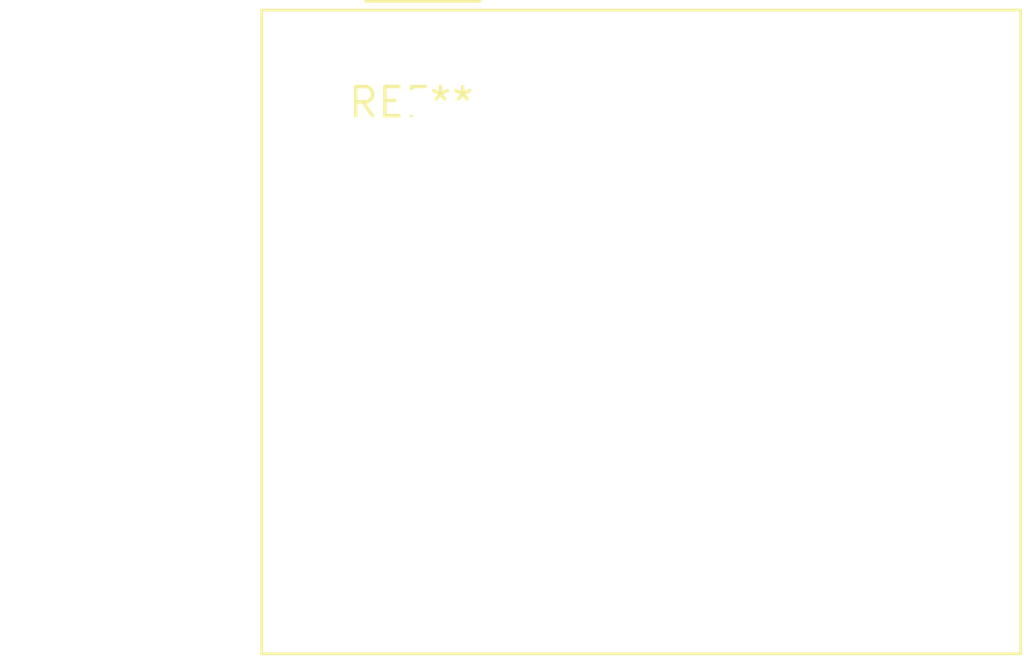
<source format=kicad_pcb>
(kicad_pcb (version 20240108) (generator pcbnew)
  (layers (0 "F.Cu" signal) (31 "B.Cu" signal) (34 "B.Paste" user) (35 "F.Paste" user) (36 "B.SilkS" user "B.Silkscreen") (37 "F.SilkS" user "F.Silkscreen") (38 "B.Mask" user) (39 "F.Mask" user) (44 "Edge.Cuts" user))
  (net 0 "")
  (footprint "Converter_ACDC_Hahn_HS-400xx_THT" (layer "F.Cu") (at 0 0)
    (property "Reference" "REF**")
    (property "Value" "Converter_ACDC_Hahn_HS-400xx_THT")
    (fp_line (start -6.52 -4.02) (end 26.52 -4.02) (layer "F.SilkS") (stroke (width 0.12)))
    (fp_line (start -6.52 24.02) (end -6.52 -4.02) (layer "F.SilkS") (stroke (width 0.12)))
    (fp_line (start -2 -4.4) (end 3 -4.4) (layer "F.SilkS") (stroke (width 0.12)))
    (fp_line (start 26.52 -4.02) (end 26.52 24.02) (layer "F.SilkS") (stroke (width 0.12)))
    (fp_line (start 26.52 24.02) (end -6.52 24.02) (layer "F.SilkS") (stroke (width 0.12)))
    (pad "1" thru_hole rect (at 0 0 270) (size 2.5 2.5) (drill 1.1) (layers *.Cu *.Mask) (remove_unused_layers))
    (pad "5" thru_hole circle (at 20 0 270) (size 2.5 2.5) (drill 1.1) (layers *.Cu *.Mask) (remove_unused_layers))
    (pad "7" thru_hole circle (at 15 20 270) (size 2.5 2.5) (drill 1.1) (layers *.Cu *.Mask) (remove_unused_layers))
    (pad "9" thru_hole circle (at 5 20 270) (size 2.5 2.5) (drill 1.1) (layers *.Cu *.Mask) (remove_unused_layers))
  )
)
</source>
